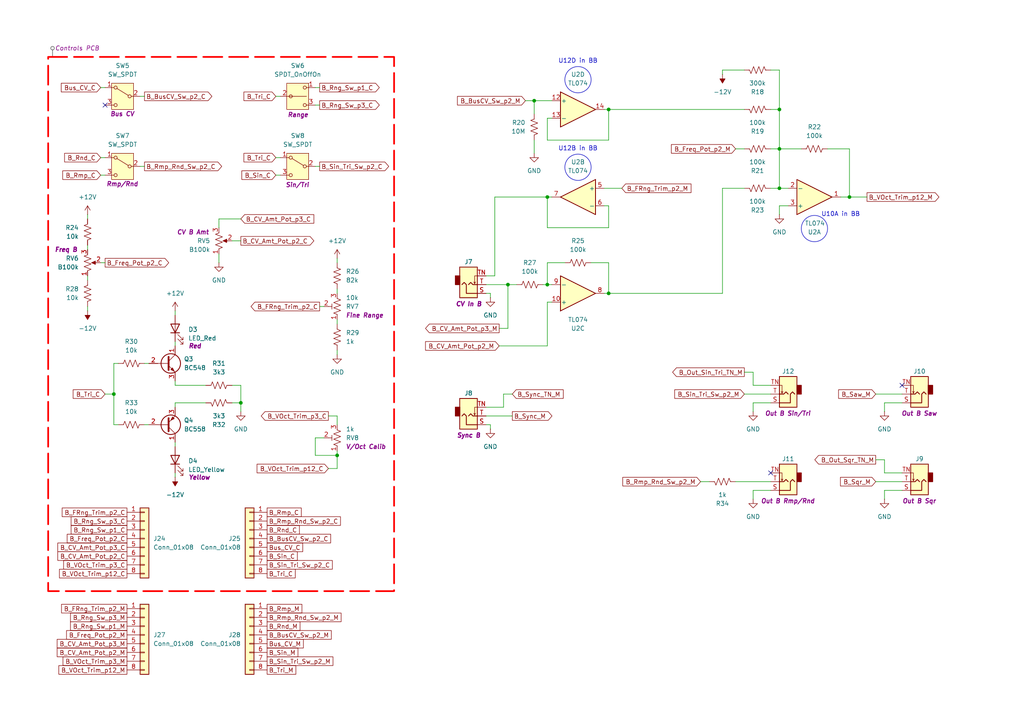
<source format=kicad_sch>
(kicad_sch (version 20250114) (generator "eeschema") (generator_version "9.0")
  (paper "A4")
  (title_block (company "DMH Instruments") (comment 1 "PCB for 10cm Kosmo format synthesizer module"))
  (lib_symbols
    (symbol "Amplifier_Operational:TL074" (pin_names (offset 0.127))
      (property "Reference" "U" (at 0 5.08 0))
      (property "Value" "TL074" (at 0 -5.08 0))
      (symbol "TL074_1_1"
        (polyline (pts (xy -5.08 5.08) (xy 5.08 0) (xy -5.08 -5.08) (xy -5.08 5.08)) (stroke (width 0.254)) (fill (type background)))
        (pin input line (at -7.62 2.54 0) (length 2.54) (name "+") (number "3"))
        (pin input line (at -7.62 -2.54 0) (length 2.54) (name "-") (number "2"))
        (pin output line (at 7.62 0 180) (length 2.54) (name "~") (number "1"))
      )
      (symbol "TL074_2_1"
        (polyline (pts (xy -5.08 5.08) (xy 5.08 0) (xy -5.08 -5.08) (xy -5.08 5.08)) (stroke (width 0.254)) (fill (type background)))
        (pin input line (at -7.62 2.54 0) (length 2.54) (name "+") (number "5"))
        (pin input line (at -7.62 -2.54 0) (length 2.54) (name "-") (number "6"))
        (pin output line (at 7.62 0 180) (length 2.54) (name "~") (number "7"))
      )
      (symbol "TL074_3_1"
        (polyline (pts (xy -5.08 5.08) (xy 5.08 0) (xy -5.08 -5.08) (xy -5.08 5.08)) (stroke (width 0.254)) (fill (type background)))
        (pin input line (at -7.62 2.54 0) (length 2.54) (name "+") (number "10"))
        (pin input line (at -7.62 -2.54 0) (length 2.54) (name "-") (number "9"))
        (pin output line (at 7.62 0 180) (length 2.54) (name "~") (number "8"))
      )
      (symbol "TL074_4_1"
        (polyline (pts (xy -5.08 5.08) (xy 5.08 0) (xy -5.08 -5.08) (xy -5.08 5.08)) (stroke (width 0.254)) (fill (type background)))
        (pin input line (at -7.62 2.54 0) (length 2.54) (name "+") (number "12"))
        (pin input line (at -7.62 -2.54 0) (length 2.54) (name "-") (number "13"))
        (pin output line (at 7.62 0 180) (length 2.54) (name "~") (number "14"))
      )
      (symbol "TL074_5_1"
        (pin power_in line (at -2.54 7.62 270) (length 3.81) (name "V+") (number "4"))
        (pin power_in line (at -2.54 -7.62 90) (length 3.81) (name "V-") (number "11"))
      )
    )
    (symbol "Connector_Generic:Conn_01x08" (pin_names (offset 1.016) (hide yes))
      (property "Reference" "J" (at 0 10.16 0))
      (property "Value" "Conn_01x08" (at 0 -12.7 0))
      (symbol "Conn_01x08_1_1"
        (rectangle (start -1.27 8.89) (end 1.27 -11.43) (stroke (width 0.254)) (fill (type background)))
        (rectangle (start -1.27 7.747) (end 0 7.493) (stroke (width 0.1524)))
        (rectangle (start -1.27 5.207) (end 0 4.953) (stroke (width 0.1524)))
        (rectangle (start -1.27 2.667) (end 0 2.413) (stroke (width 0.1524)))
        (rectangle (start -1.27 0.127) (end 0 -0.127) (stroke (width 0.1524)))
        (rectangle (start -1.27 -2.413) (end 0 -2.667) (stroke (width 0.1524)))
        (rectangle (start -1.27 -4.953) (end 0 -5.207) (stroke (width 0.1524)))
        (rectangle (start -1.27 -7.493) (end 0 -7.747) (stroke (width 0.1524)))
        (rectangle (start -1.27 -10.033) (end 0 -10.287) (stroke (width 0.1524)))
        (pin passive line (at -5.08 7.62 0) (length 3.81) (name "Pin_1") (number "1"))
        (pin passive line (at -5.08 5.08 0) (length 3.81) (name "Pin_2") (number "2"))
        (pin passive line (at -5.08 2.54 0) (length 3.81) (name "Pin_3") (number "3"))
        (pin passive line (at -5.08 0 0) (length 3.81) (name "Pin_4") (number "4"))
        (pin passive line (at -5.08 -2.54 0) (length 3.81) (name "Pin_5") (number "5"))
        (pin passive line (at -5.08 -5.08 0) (length 3.81) (name "Pin_6") (number "6"))
        (pin passive line (at -5.08 -7.62 0) (length 3.81) (name "Pin_7") (number "7"))
        (pin passive line (at -5.08 -10.16 0) (length 3.81) (name "Pin_8") (number "8"))
      )
    )
    (symbol "Device:LED" (pin_numbers (hide yes)) (pin_names (offset 1.016) (hide yes))
      (property "Reference" "D" (at 0 2.54 0))
      (property "Value" "LED" (at 0 -2.54 0))
      (symbol "LED_0_1"
        (polyline (pts (xy -3.048 -0.762) (xy -4.572 -2.286) (xy -3.81 -2.286) (xy -4.572 -2.286) (xy -4.572 -1.524)))
        (polyline (pts (xy -1.778 -0.762) (xy -3.302 -2.286) (xy -2.54 -2.286) (xy -3.302 -2.286) (xy -3.302 -1.524)))
        (polyline (pts (xy -1.27 0) (xy 1.27 0)))
        (polyline (pts (xy -1.27 -1.27) (xy -1.27 1.27)) (stroke (width 0.254)))
        (polyline (pts (xy 1.27 -1.27) (xy 1.27 1.27) (xy -1.27 0) (xy 1.27 -1.27)) (stroke (width 0.254)))
      )
      (symbol "LED_1_1"
        (pin passive line (at -3.81 0 0) (length 2.54) (name "K") (number "1"))
        (pin passive line (at 3.81 0 180) (length 2.54) (name "A") (number "2"))
      )
    )
    (symbol "Device:R_Potentiometer_Trim_US" (pin_names (offset 1.016) (hide yes))
      (property "Reference" "RV" (at -4.445 0 90))
      (property "Value" "R_Potentiometer_Trim_US" (at -2.54 0 90))
      (symbol "R_Potentiometer_Trim_US_0_1"
        (polyline (pts (xy 0 2.286) (xy 0 2.54)))
        (polyline (pts (xy 0 2.286) (xy 1.016 1.905) (xy 0 1.524) (xy -1.016 1.143) (xy 0 0.762)))
        (polyline (pts (xy 0 0.762) (xy 1.016 0.381) (xy 0 0) (xy -1.016 -0.381) (xy 0 -0.762)))
        (polyline (pts (xy 0 -0.762) (xy 1.016 -1.143) (xy 0 -1.524) (xy -1.016 -1.905) (xy 0 -2.286)))
        (polyline (pts (xy 0 -2.286) (xy 0 -2.54)))
        (polyline (pts (xy 1.524 0.762) (xy 1.524 -0.762)))
        (polyline (pts (xy 2.54 0) (xy 1.524 0)))
      )
      (symbol "R_Potentiometer_Trim_US_1_1"
        (pin passive line (at 0 3.81 270) (length 1.27) (name "1") (number "1"))
        (pin passive line (at 0 -3.81 90) (length 1.27) (name "3") (number "3"))
        (pin passive line (at 3.81 0 180) (length 1.27) (name "2") (number "2"))
      )
    )
    (symbol "Device:R_Potentiometer_US" (pin_names (offset 1.016) (hide yes))
      (property "Reference" "RV" (at -4.445 0 90))
      (property "Value" "R_Potentiometer_US" (at -2.54 0 90))
      (symbol "R_Potentiometer_US_0_1"
        (polyline (pts (xy 0 2.54) (xy 0 2.286)))
        (polyline (pts (xy 0 2.286) (xy 1.016 1.905) (xy 0 1.524) (xy -1.016 1.143) (xy 0 0.762)))
        (polyline (pts (xy 0 0.762) (xy 1.016 0.381) (xy 0 0) (xy -1.016 -0.381) (xy 0 -0.762)))
        (polyline (pts (xy 0 -0.762) (xy 1.016 -1.143) (xy 0 -1.524) (xy -1.016 -1.905) (xy 0 -2.286)))
        (polyline (pts (xy 0 -2.286) (xy 0 -2.54)))
        (polyline (pts (xy 1.143 0) (xy 2.286 0.508) (xy 2.286 -0.508) (xy 1.143 0)) (fill (type outline)))
        (polyline (pts (xy 2.54 0) (xy 1.524 0)))
      )
      (symbol "R_Potentiometer_US_1_1"
        (pin passive line (at 0 3.81 270) (length 1.27) (name "1") (number "1"))
        (pin passive line (at 0 -3.81 90) (length 1.27) (name "3") (number "3"))
        (pin passive line (at 3.81 0 180) (length 1.27) (name "2") (number "2"))
      )
    )
    (symbol "Device:R_US" (pin_numbers (hide yes)) (pin_names (offset 0))
      (property "Reference" "R" (at 2.54 0 90))
      (property "Value" "R_US" (at -2.54 0 90))
      (symbol "R_US_0_1"
        (polyline (pts (xy 0 2.286) (xy 0 2.54)))
        (polyline (pts (xy 0 2.286) (xy 1.016 1.905) (xy 0 1.524) (xy -1.016 1.143) (xy 0 0.762)))
        (polyline (pts (xy 0 0.762) (xy 1.016 0.381) (xy 0 0) (xy -1.016 -0.381) (xy 0 -0.762)))
        (polyline (pts (xy 0 -0.762) (xy 1.016 -1.143) (xy 0 -1.524) (xy -1.016 -1.905) (xy 0 -2.286)))
        (polyline (pts (xy 0 -2.286) (xy 0 -2.54)))
      )
      (symbol "R_US_1_1"
        (pin passive line (at 0 3.81 270) (length 1.27) (name "~") (number "1"))
        (pin passive line (at 0 -3.81 90) (length 1.27) (name "~") (number "2"))
      )
    )
    (symbol "Switch:SW_SPDT" (pin_names (offset 0) (hide yes))
      (property "Reference" "SW" (at 0 5.08 0))
      (property "Value" "SW_SPDT" (at 0 -5.08 0))
      (symbol "SW_SPDT_0_1"
        (circle (center -2.032 0) (radius 0.4572))
        (polyline (pts (xy -1.651 0.254) (xy 1.651 2.286)))
        (circle (center 2.032 2.54) (radius 0.4572))
        (circle (center 2.032 -2.54) (radius 0.4572))
      )
      (symbol "SW_SPDT_1_1"
        (rectangle (start -3.175 3.81) (end 3.175 -3.81) (fill (type background)))
        (pin passive line (at -5.08 0 0) (length 2.54) (name "B") (number "2"))
        (pin passive line (at 5.08 2.54 180) (length 2.54) (name "A") (number "1"))
        (pin passive line (at 5.08 -2.54 180) (length 2.54) (name "C") (number "3"))
      )
    )
    (symbol "SynthStuff:SW_SPDT_OnOffOn" (pin_names (offset 0) (hide yes))
      (property "Reference" "SW" (at 0 5.08 0))
      (property "Value" "SPDT_OnOffOn" (at 0 -5.08 0))
      (symbol "SW_SPDT_OnOffOn_0_1"
        (polyline (pts (xy -2.54 0) (xy 2.54 0)))
        (circle (center -2.032 0) (radius 0.4572))
        (circle (center 2.032 2.54) (radius 0.4572))
        (circle (center 2.032 -2.54) (radius 0.4572))
      )
      (symbol "SW_SPDT_OnOffOn_1_1"
        (rectangle (start -3.175 3.81) (end 3.175 -3.81) (fill (type background)))
        (pin passive line (at -5.08 0 0) (length 2.54) (name "B") (number "2"))
        (pin passive line (at 5.08 2.54 180) (length 2.54) (name "A") (number "1"))
        (pin passive line (at 5.08 -2.54 180) (length 2.54) (name "C") (number "3"))
      )
    )
    (symbol "SynthStuff:TS_Jack_6.35mm_Sw"
      (property "Reference" "J" (at -0.635 8.89 0))
      (property "Value" "TS_Jack_6.35mm_Sw" (at -0.635 6.35 0))
      (symbol "TS_Jack_6.35mm_Sw_0_1"
        (rectangle (start -2.54 0) (end -3.81 -2.54) (stroke (width 0.254)) (fill (type outline)))
        (polyline (pts (xy 0 0) (xy 0.635 -0.635) (xy 1.27 0) (xy 2.54 0)) (stroke (width 0.254)))
        (polyline (pts (xy 1.778 -0.254) (xy 2.032 -0.762)))
        (rectangle (start 2.54 3.81) (end -2.54 -5.08) (stroke (width 0.254)) (fill (type background)))
        (polyline (pts (xy 2.54 2.54) (xy -0.635 2.54) (xy -0.635 0) (xy -1.27 -0.635) (xy -1.905 0)) (stroke (width 0.254)))
        (polyline (pts (xy 2.54 -2.54) (xy 1.778 -2.54) (xy 1.778 -0.254) (xy 1.524 -0.762)))
      )
      (symbol "TS_Jack_6.35mm_Sw_1_1"
        (pin passive line (at 5.08 2.54 180) (length 2.54) (name "~") (number "S"))
        (pin passive line (at 5.08 0 180) (length 2.54) (name "~") (number "T"))
        (pin passive line (at 5.08 -2.54 180) (length 2.54) (name "~") (number "TN"))
      )
    )
    (symbol "Transistor_BJT:BC548" (pin_names (offset 0) (hide yes))
      (property "Reference" "Q" (at 5.08 1.905 0))
      (property "Value" "BC548" (at 5.08 0 0))
      (symbol "BC548_0_1"
        (polyline (pts (xy -2.54 0) (xy 0.635 0)))
        (polyline (pts (xy 0.635 1.905) (xy 0.635 -1.905)) (stroke (width 0.508)))
        (circle (center 1.27 0) (radius 2.8194) (stroke (width 0.254)))
      )
      (symbol "BC548_1_1"
        (polyline (pts (xy 0.635 0.635) (xy 2.54 2.54)))
        (polyline (pts (xy 0.635 -0.635) (xy 2.54 -2.54)))
        (polyline (pts (xy 1.27 -1.778) (xy 1.778 -1.27) (xy 2.286 -2.286) (xy 1.27 -1.778)) (fill (type outline)))
        (pin input line (at -5.08 0 0) (length 2.54) (name "B") (number "2"))
        (pin passive line (at 2.54 5.08 270) (length 2.54) (name "C") (number "1"))
        (pin passive line (at 2.54 -5.08 90) (length 2.54) (name "E") (number "3"))
      )
    )
    (symbol "Transistor_BJT:BC558" (pin_names (offset 0) (hide yes))
      (property "Reference" "Q" (at 5.08 1.905 0))
      (property "Value" "BC558" (at 5.08 0 0))
      (symbol "BC558_0_1"
        (polyline (pts (xy -2.54 0) (xy 0.635 0)))
        (polyline (pts (xy 0.635 1.905) (xy 0.635 -1.905)) (stroke (width 0.508)))
        (polyline (pts (xy 0.635 0.635) (xy 2.54 2.54)))
        (polyline (pts (xy 0.635 -0.635) (xy 2.54 -2.54)))
        (circle (center 1.27 0) (radius 2.8194) (stroke (width 0.254)))
        (polyline (pts (xy 2.286 -1.778) (xy 1.778 -2.286) (xy 1.27 -1.27) (xy 2.286 -1.778)) (fill (type outline)))
      )
      (symbol "BC558_1_1"
        (pin input line (at -5.08 0 0) (length 2.54) (name "B") (number "2"))
        (pin passive line (at 2.54 5.08 270) (length 2.54) (name "C") (number "1"))
        (pin passive line (at 2.54 -5.08 90) (length 2.54) (name "E") (number "3"))
      )
    )
    (symbol "power:+12V" (power) (pin_numbers (hide yes)) (pin_names (offset 0) (hide yes))
      (property "Value" "+12V" (at 0 3.556 0))
      (symbol "+12V_0_1"
        (polyline (pts (xy -0.762 1.27) (xy 0 2.54)))
        (polyline (pts (xy 0 2.54) (xy 0.762 1.27)))
        (polyline (pts (xy 0 0) (xy 0 2.54)))
      )
      (symbol "+12V_1_1"
        (pin power_in line (at 0 0 90) (length 0) (name "~") (number "1"))
      )
    )
    (symbol "power:-12V" (power) (pin_numbers (hide yes)) (pin_names (offset 0) (hide yes))
      (property "Value" "-12V" (at 0 3.556 0))
      (symbol "-12V_0_0"
        (pin power_in line (at 0 0 90) (length 0) (name "~") (number "1"))
      )
      (symbol "-12V_0_1"
        (polyline (pts (xy 0 0) (xy 0 1.27) (xy 0.762 1.27) (xy 0 2.54) (xy -0.762 1.27) (xy 0 1.27)) (fill (type outline)))
      )
    )
    (symbol "power:GND" (power) (pin_numbers (hide yes)) (pin_names (offset 0) (hide yes))
      (property "Value" "GND" (at 0 -3.81 0))
      (symbol "GND_0_1"
        (polyline (pts (xy 0 0) (xy 0 -1.27) (xy 1.27 -1.27) (xy 0 -2.54) (xy -1.27 -1.27) (xy 0 -1.27)))
      )
      (symbol "GND_1_1"
        (pin power_in line (at 0 0 270) (length 0) (name "~") (number "1"))
      )
    )
  )
  (circle (center 236.22 66.294) (radius 3.81))
  (circle (center 167.64 48.514) (radius 3.81))
  (circle (center 167.64 23.114) (radius 3.81))
  (text "U12B in BB" (at 167.64 43.18 0) (effects (font (size 1.27 1.27))))
  (text "U10A in BB" (at 243.84 62.23 0) (effects (font (size 1.27 1.27))))
  (text "U12D in BB" (at 167.64 17.78 0) (effects (font (size 1.27 1.27))))
  (junction (at 154.94 29.21))
  (junction (at 158.75 82.55))
  (junction (at 158.75 57.15))
  (junction (at 147.32 82.55))
  (junction (at 176.53 31.75))
  (junction (at 226.06 54.61))
  (junction (at 226.06 31.75))
  (junction (at 176.53 85.09))
  (junction (at 97.79 132.08))
  (junction (at 33.02 114.3))
  (junction (at 226.06 43.18))
  (junction (at 246.38 57.15))
  (junction (at 69.85 116.84))
  (no_connect (at 261.62 111.76))
  (no_connect (at 223.52 137.16))
  (no_connect (at 30.48 30.48))
  (wire (pts (xy 25.4 88.9) (xy 25.4 90.17)))
  (wire (pts (xy 29.21 25.4) (xy 30.48 25.4)))
  (wire (pts (xy 223.52 31.75) (xy 226.06 31.75)))
  (wire (pts (xy 97.79 120.65) (xy 97.79 123.19)))
  (wire (pts (xy 254 114.3) (xy 261.62 114.3)))
  (wire (pts (xy 256.54 142.24) (xy 256.54 144.78)))
  (wire (pts (xy 176.53 85.09) (xy 175.26 85.09)))
  (wire (pts (xy 97.79 83.82) (xy 97.79 85.09)))
  (wire (pts (xy 33.02 114.3) (xy 33.02 105.41)))
  (wire (pts (xy 203.2 139.7) (xy 205.74 139.7)))
  (wire (pts (xy 91.44 127) (xy 91.44 132.08)))
  (wire (pts (xy 218.44 116.84) (xy 218.44 119.38)))
  (wire (pts (xy 158.75 66.04) (xy 158.75 57.15)))
  (wire (pts (xy 91.44 25.4) (xy 92.71 25.4)))
  (wire (pts (xy 91.44 30.48) (xy 92.71 30.48)))
  (wire (pts (xy 143.51 80.01) (xy 143.51 57.15)))
  (wire (pts (xy 226.06 43.18) (xy 226.06 54.61)))
  (wire (pts (xy 158.75 82.55) (xy 160.02 82.55)))
  (wire (pts (xy 25.4 71.12) (xy 25.4 72.39)))
  (wire (pts (xy 50.8 111.76) (xy 50.8 110.49)))
  (wire (pts (xy 218.44 142.24) (xy 218.44 144.78)))
  (wire (pts (xy 246.38 57.15) (xy 251.46 57.15)))
  (wire (pts (xy 209.55 21.59) (xy 209.55 20.32)))
  (wire (pts (xy 59.69 111.76) (xy 50.8 111.76)))
  (wire (pts (xy 41.91 105.41) (xy 43.18 105.41)))
  (wire (pts (xy 254 133.35) (xy 256.54 133.35)))
  (wire (pts (xy 29.21 45.72) (xy 30.48 45.72)))
  (wire (pts (xy 223.52 142.24) (xy 218.44 142.24)))
  (wire (pts (xy 223.52 54.61) (xy 226.06 54.61)))
  (wire (pts (xy 171.45 76.2) (xy 176.53 76.2)))
  (wire (pts (xy 95.25 135.89) (xy 97.79 135.89)))
  (wire (pts (xy 213.36 139.7) (xy 223.52 139.7)))
  (wire (pts (xy 50.8 99.06) (xy 50.8 100.33)))
  (wire (pts (xy 33.02 123.19) (xy 33.02 114.3)))
  (wire (pts (xy 25.4 62.23) (xy 25.4 63.5)))
  (wire (pts (xy 175.26 31.75) (xy 176.53 31.75)))
  (wire (pts (xy 142.24 86.36) (xy 142.24 85.09)))
  (wire (pts (xy 154.94 40.64) (xy 154.94 44.45)))
  (wire (pts (xy 34.29 123.19) (xy 33.02 123.19)))
  (wire (pts (xy 30.48 114.3) (xy 33.02 114.3)))
  (wire (pts (xy 140.97 118.11) (xy 146.05 118.11)))
  (wire (pts (xy 246.38 43.18) (xy 246.38 57.15)))
  (wire (pts (xy 176.53 40.64) (xy 176.53 31.75)))
  (wire (pts (xy 246.38 57.15) (xy 243.84 57.15)))
  (wire (pts (xy 29.21 76.2) (xy 30.48 76.2)))
  (wire (pts (xy 95.25 120.65) (xy 97.79 120.65)))
  (wire (pts (xy 226.06 43.18) (xy 232.41 43.18)))
  (wire (pts (xy 176.53 76.2) (xy 176.53 85.09)))
  (wire (pts (xy 146.05 114.3) (xy 148.59 114.3)))
  (wire (pts (xy 223.52 20.32) (xy 226.06 20.32)))
  (wire (pts (xy 226.06 59.69) (xy 226.06 62.23)))
  (wire (pts (xy 144.78 100.33) (xy 158.75 100.33)))
  (wire (pts (xy 67.31 69.85) (xy 69.85 69.85)))
  (wire (pts (xy 140.97 120.65) (xy 148.59 120.65)))
  (wire (pts (xy 29.21 50.8) (xy 30.48 50.8)))
  (wire (pts (xy 140.97 82.55) (xy 147.32 82.55)))
  (wire (pts (xy 158.75 76.2) (xy 158.75 82.55)))
  (wire (pts (xy 59.69 116.84) (xy 50.8 116.84)))
  (wire (pts (xy 50.8 116.84) (xy 50.8 118.11)))
  (wire (pts (xy 226.06 20.32) (xy 226.06 31.75)))
  (wire (pts (xy 213.36 43.18) (xy 215.9 43.18)))
  (wire (pts (xy 25.4 80.01) (xy 25.4 81.28)))
  (wire (pts (xy 67.31 111.76) (xy 69.85 111.76)))
  (wire (pts (xy 142.24 124.46) (xy 142.24 123.19)))
  (wire (pts (xy 147.32 95.25) (xy 147.32 82.55)))
  (wire (pts (xy 215.9 107.95) (xy 218.44 107.95)))
  (wire (pts (xy 176.53 85.09) (xy 209.55 85.09)))
  (wire (pts (xy 50.8 137.16) (xy 50.8 138.43)))
  (wire (pts (xy 223.52 116.84) (xy 218.44 116.84)))
  (wire (pts (xy 67.31 116.84) (xy 69.85 116.84)))
  (wire (pts (xy 226.06 59.69) (xy 228.6 59.69)))
  (wire (pts (xy 254 139.7) (xy 261.62 139.7)))
  (wire (pts (xy 218.44 111.76) (xy 223.52 111.76)))
  (wire (pts (xy 97.79 101.6) (xy 97.79 102.87)))
  (wire (pts (xy 142.24 123.19) (xy 140.97 123.19)))
  (wire (pts (xy 93.98 127) (xy 91.44 127)))
  (wire (pts (xy 261.62 142.24) (xy 256.54 142.24)))
  (wire (pts (xy 143.51 57.15) (xy 158.75 57.15)))
  (wire (pts (xy 97.79 132.08) (xy 97.79 130.81)))
  (wire (pts (xy 215.9 114.3) (xy 223.52 114.3)))
  (wire (pts (xy 256.54 116.84) (xy 256.54 119.38)))
  (wire (pts (xy 158.75 34.29) (xy 158.75 40.64)))
  (wire (pts (xy 175.26 59.69) (xy 176.53 59.69)))
  (wire (pts (xy 180.34 54.61) (xy 175.26 54.61)))
  (wire (pts (xy 80.01 27.94) (xy 81.28 27.94)))
  (wire (pts (xy 50.8 128.27) (xy 50.8 129.54)))
  (wire (pts (xy 69.85 116.84) (xy 69.85 119.38)))
  (wire (pts (xy 97.79 135.89) (xy 97.79 132.08)))
  (wire (pts (xy 80.01 45.72) (xy 81.28 45.72)))
  (wire (pts (xy 158.75 76.2) (xy 163.83 76.2)))
  (wire (pts (xy 160.02 34.29) (xy 158.75 34.29)))
  (wire (pts (xy 91.44 132.08) (xy 97.79 132.08)))
  (wire (pts (xy 63.5 63.5) (xy 63.5 66.04)))
  (wire (pts (xy 80.01 50.8) (xy 81.28 50.8)))
  (wire (pts (xy 40.64 27.94) (xy 41.91 27.94)))
  (wire (pts (xy 209.55 20.32) (xy 215.9 20.32)))
  (wire (pts (xy 176.53 31.75) (xy 215.9 31.75)))
  (wire (pts (xy 41.91 123.19) (xy 43.18 123.19)))
  (wire (pts (xy 50.8 90.17) (xy 50.8 91.44)))
  (wire (pts (xy 154.94 29.21) (xy 154.94 33.02)))
  (wire (pts (xy 209.55 85.09) (xy 209.55 54.61)))
  (wire (pts (xy 157.48 82.55) (xy 158.75 82.55)))
  (wire (pts (xy 223.52 43.18) (xy 226.06 43.18)))
  (wire (pts (xy 152.4 29.21) (xy 154.94 29.21)))
  (wire (pts (xy 158.75 100.33) (xy 158.75 87.63)))
  (wire (pts (xy 92.71 88.9) (xy 93.98 88.9)))
  (wire (pts (xy 97.79 74.93) (xy 97.79 76.2)))
  (wire (pts (xy 209.55 54.61) (xy 215.9 54.61)))
  (wire (pts (xy 69.85 63.5) (xy 63.5 63.5)))
  (wire (pts (xy 147.32 82.55) (xy 149.86 82.55)))
  (wire (pts (xy 97.79 92.71) (xy 97.79 93.98)))
  (wire (pts (xy 142.24 85.09) (xy 140.97 85.09)))
  (wire (pts (xy 140.97 80.01) (xy 143.51 80.01)))
  (wire (pts (xy 228.6 54.61) (xy 226.06 54.61)))
  (wire (pts (xy 40.64 48.26) (xy 41.91 48.26)))
  (wire (pts (xy 261.62 116.84) (xy 256.54 116.84)))
  (wire (pts (xy 176.53 66.04) (xy 158.75 66.04)))
  (wire (pts (xy 154.94 29.21) (xy 160.02 29.21)))
  (wire (pts (xy 146.05 118.11) (xy 146.05 114.3)))
  (wire (pts (xy 160.02 57.15) (xy 158.75 57.15)))
  (wire (pts (xy 158.75 87.63) (xy 160.02 87.63)))
  (wire (pts (xy 144.78 95.25) (xy 147.32 95.25)))
  (wire (pts (xy 256.54 137.16) (xy 261.62 137.16)))
  (wire (pts (xy 91.44 48.26) (xy 92.71 48.26)))
  (wire (pts (xy 226.06 31.75) (xy 226.06 43.18)))
  (wire (pts (xy 240.03 43.18) (xy 246.38 43.18)))
  (wire (pts (xy 158.75 40.64) (xy 176.53 40.64)))
  (wire (pts (xy 218.44 107.95) (xy 218.44 111.76)))
  (wire (pts (xy 176.53 59.69) (xy 176.53 66.04)))
  (wire (pts (xy 63.5 73.66) (xy 63.5 76.2)))
  (wire (pts (xy 33.02 105.41) (xy 34.29 105.41)))
  (wire (pts (xy 69.85 111.76) (xy 69.85 116.84)))
  (wire (pts (xy 256.54 133.35) (xy 256.54 137.16)))
  (global_label "B_Freq_Pot_p2_M" (shape passive) (at 36.83 184.15 180) (property "Intersheetrefs" "${INTERSHEET_REFS}" (effects (hide yes))))
  (global_label "B_Freq_Pot_p2_C" (shape output) (at 30.48 76.2 0) (property "Intersheetrefs" "${INTERSHEET_REFS}" (effects (hide yes))))
  (global_label "B_VOct_Trim_p12_C" (shape passive) (at 36.83 166.37 180) (property "Intersheetrefs" "${INTERSHEET_REFS}" (effects (hide yes))))
  (global_label "B_CV_Amt_Pot_p2_C" (shape output) (at 69.85 69.85 0) (property "Intersheetrefs" "${INTERSHEET_REFS}" (effects (hide yes))))
  (global_label "B_CV_Amt_Pot_p3_M" (shape passive) (at 36.83 186.69 180) (property "Intersheetrefs" "${INTERSHEET_REFS}" (effects (hide yes))))
  (global_label "B_FRng_Trim_p2_M" (shape passive) (at 36.83 176.53 180) (property "Intersheetrefs" "${INTERSHEET_REFS}" (effects (hide yes))))
  (global_label "B_Sin_M" (shape passive) (at 77.47 189.23 0) (property "Intersheetrefs" "${INTERSHEET_REFS}" (effects (hide yes))))
  (global_label "B_BusCV_Sw_p2_C" (shape output) (at 41.91 27.94 0) (property "Intersheetrefs" "${INTERSHEET_REFS}" (effects (hide yes))))
  (global_label "B_Rmp_C" (shape input) (at 29.21 50.8 180) (property "Intersheetrefs" "${INTERSHEET_REFS}" (effects (hide yes))))
  (global_label "B_Tri_C" (shape passive) (at 77.47 166.37 0) (property "Intersheetrefs" "${INTERSHEET_REFS}" (effects (hide yes))))
  (global_label "B_VOct_Trim_p3_C" (shape output) (at 95.25 120.65 180) (property "Intersheetrefs" "${INTERSHEET_REFS}" (effects (hide yes))))
  (global_label "B_CV_Amt_Pot_p3_C" (shape passive) (at 36.83 158.75 180) (property "Intersheetrefs" "${INTERSHEET_REFS}" (effects (hide yes))))
  (global_label "B_Tri_C" (shape input) (at 30.48 114.3 180) (property "Intersheetrefs" "${INTERSHEET_REFS}" (effects (hide yes))))
  (global_label "B_CV_Amt_Pot_p2_M" (shape input) (at 144.78 100.33 180) (property "Intersheetrefs" "${INTERSHEET_REFS}" (effects (hide yes))))
  (global_label "B_Tri_C" (shape input) (at 80.01 27.94 180) (property "Intersheetrefs" "${INTERSHEET_REFS}" (effects (hide yes))))
  (global_label "B_FRng_Trim_p2_M" (shape input) (at 180.34 54.61 0) (property "Intersheetrefs" "${INTERSHEET_REFS}" (effects (hide yes))))
  (global_label "B_Rng_Sw_p1_M" (shape passive) (at 36.83 181.61 180) (property "Intersheetrefs" "${INTERSHEET_REFS}" (effects (hide yes))))
  (global_label "B_Rmp_M" (shape passive) (at 77.47 176.53 0) (property "Intersheetrefs" "${INTERSHEET_REFS}" (effects (hide yes))))
  (global_label "B_Rng_Sw_p1_C" (shape output) (at 92.71 25.4 0) (property "Intersheetrefs" "${INTERSHEET_REFS}" (effects (hide yes))))
  (global_label "B_CV_Amt_Pot_p2_C" (shape passive) (at 36.83 161.29 180) (property "Intersheetrefs" "${INTERSHEET_REFS}" (effects (hide yes))))
  (global_label "B_Sin_Tri_Sw_p2_C" (shape passive) (at 77.47 163.83 0) (property "Intersheetrefs" "${INTERSHEET_REFS}" (effects (hide yes))))
  (global_label "Bus_CV_M" (shape passive) (at 77.47 186.69 0) (property "Intersheetrefs" "${INTERSHEET_REFS}" (effects (hide yes))))
  (global_label "B_Sin_Tri_Sw_p2_M" (shape passive) (at 77.47 191.77 0) (property "Intersheetrefs" "${INTERSHEET_REFS}" (effects (hide yes))))
  (global_label "B_Sync_TN_M" (shape input) (at 148.59 114.3 0) (property "Intersheetrefs" "${INTERSHEET_REFS}" (effects (hide yes))))
  (global_label "B_CV_Amt_Pot_p2_M" (shape passive) (at 36.83 189.23 180) (property "Intersheetrefs" "${INTERSHEET_REFS}" (effects (hide yes))))
  (global_label "B_VOct_Trim_p3_M" (shape passive) (at 36.83 191.77 180) (property "Intersheetrefs" "${INTERSHEET_REFS}" (effects (hide yes))))
  (global_label "Bus_CV_C" (shape passive) (at 77.47 158.75 0) (property "Intersheetrefs" "${INTERSHEET_REFS}" (effects (hide yes))))
  (global_label "B_Sync_M" (shape output) (at 148.59 120.65 0) (property "Intersheetrefs" "${INTERSHEET_REFS}" (effects (hide yes))))
  (global_label "B_Freq_Pot_p2_C" (shape passive) (at 36.83 156.21 180) (property "Intersheetrefs" "${INTERSHEET_REFS}" (effects (hide yes))))
  (global_label "B_Rmp_C" (shape passive) (at 77.47 148.59 0) (property "Intersheetrefs" "${INTERSHEET_REFS}" (effects (hide yes))))
  (global_label "B_CV_Amt_Pot_p3_C" (shape input) (at 69.85 63.5 0) (property "Intersheetrefs" "${INTERSHEET_REFS}" (effects (hide yes))))
  (global_label "B_Rmp_Rnd_Sw_p2_M" (shape passive) (at 77.47 179.07 0) (property "Intersheetrefs" "${INTERSHEET_REFS}" (effects (hide yes))))
  (global_label "B_Tri_M" (shape passive) (at 77.47 194.31 0) (property "Intersheetrefs" "${INTERSHEET_REFS}" (effects (hide yes))))
  (global_label "B_Out_Sqr_TN_M" (shape output) (at 254 133.35 180) (property "Intersheetrefs" "${INTERSHEET_REFS}" (effects (hide yes))))
  (global_label "B_Tri_C" (shape input) (at 80.01 45.72 180) (property "Intersheetrefs" "${INTERSHEET_REFS}" (effects (hide yes))))
  (global_label "B_BusCV_Sw_p2_M" (shape passive) (at 77.47 184.15 0) (property "Intersheetrefs" "${INTERSHEET_REFS}" (effects (hide yes))))
  (global_label "B_Sin_Tri_Sw_p2_M" (shape input) (at 215.9 114.3 180) (property "Intersheetrefs" "${INTERSHEET_REFS}" (effects (hide yes))))
  (global_label "B_VOct_Trim_p12_M" (shape output) (at 251.46 57.15 0) (property "Intersheetrefs" "${INTERSHEET_REFS}" (effects (hide yes))))
  (global_label "B_Rnd_M" (shape passive) (at 77.47 181.61 0) (property "Intersheetrefs" "${INTERSHEET_REFS}" (effects (hide yes))))
  (global_label "B_Rmp_Rnd_Sw_p2_C" (shape output) (at 41.91 48.26 0) (property "Intersheetrefs" "${INTERSHEET_REFS}" (effects (hide yes))))
  (global_label "B_Out_Sin_Tri_TN_M" (shape output) (at 215.9 107.95 180) (property "Intersheetrefs" "${INTERSHEET_REFS}" (effects (hide yes))))
  (global_label "B_FRng_Trim_p2_C" (shape output) (at 92.71 88.9 180) (property "Intersheetrefs" "${INTERSHEET_REFS}" (effects (hide yes))))
  (global_label "B_Sin_C" (shape passive) (at 77.47 161.29 0) (property "Intersheetrefs" "${INTERSHEET_REFS}" (effects (hide yes))))
  (global_label "B_Rng_Sw_p3_C" (shape output) (at 92.71 30.48 0) (property "Intersheetrefs" "${INTERSHEET_REFS}" (effects (hide yes))))
  (global_label "B_BusCV_Sw_p2_M" (shape input) (at 152.4 29.21 180) (property "Intersheetrefs" "${INTERSHEET_REFS}" (effects (hide yes))))
  (global_label "B_VOct_Trim_p12_C" (shape input) (at 95.25 135.89 180) (property "Intersheetrefs" "${INTERSHEET_REFS}" (effects (hide yes))))
  (global_label "B_Rnd_C" (shape input) (at 29.21 45.72 180) (property "Intersheetrefs" "${INTERSHEET_REFS}" (effects (hide yes))))
  (global_label "B_Rng_Sw_p3_M" (shape passive) (at 36.83 179.07 180) (property "Intersheetrefs" "${INTERSHEET_REFS}" (effects (hide yes))))
  (global_label "B_Rng_Sw_p3_C" (shape passive) (at 36.83 151.13 180) (property "Intersheetrefs" "${INTERSHEET_REFS}" (effects (hide yes))))
  (global_label "B_VOct_Trim_p3_C" (shape passive) (at 36.83 163.83 180) (property "Intersheetrefs" "${INTERSHEET_REFS}" (effects (hide yes))))
  (global_label "B_Sqr_M" (shape input) (at 254 139.7 180) (property "Intersheetrefs" "${INTERSHEET_REFS}" (effects (hide yes))))
  (global_label "B_Rmp_Rnd_Sw_p2_M" (shape input) (at 203.2 139.7 180) (property "Intersheetrefs" "${INTERSHEET_REFS}" (effects (hide yes))))
  (global_label "B_CV_Amt_Pot_p3_M" (shape output) (at 144.78 95.25 180) (property "Intersheetrefs" "${INTERSHEET_REFS}" (effects (hide yes))))
  (global_label "B_FRng_Trim_p2_C" (shape passive) (at 36.83 148.59 180) (property "Intersheetrefs" "${INTERSHEET_REFS}" (effects (hide yes))))
  (global_label "B_Freq_Pot_p2_M" (shape input) (at 213.36 43.18 180) (property "Intersheetrefs" "${INTERSHEET_REFS}" (effects (hide yes))))
  (global_label "B_VOct_Trim_p12_M" (shape passive) (at 36.83 194.31 180) (property "Intersheetrefs" "${INTERSHEET_REFS}" (effects (hide yes))))
  (global_label "Bus_CV_C" (shape input) (at 29.21 25.4 180) (property "Intersheetrefs" "${INTERSHEET_REFS}" (effects (hide yes))))
  (global_label "B_Rmp_Rnd_Sw_p2_C" (shape passive) (at 77.47 151.13 0) (property "Intersheetrefs" "${INTERSHEET_REFS}" (effects (hide yes))))
  (global_label "B_Rnd_C" (shape passive) (at 77.47 153.67 0) (property "Intersheetrefs" "${INTERSHEET_REFS}" (effects (hide yes))))
  (global_label "B_Rng_Sw_p1_C" (shape passive) (at 36.83 153.67 180) (property "Intersheetrefs" "${INTERSHEET_REFS}" (effects (hide yes))))
  (global_label "B_Sin_Tri_Sw_p2_C" (shape output) (at 92.71 48.26 0) (property "Intersheetrefs" "${INTERSHEET_REFS}" (effects (hide yes))))
  (global_label "B_Saw_M" (shape input) (at 254 114.3 180) (property "Intersheetrefs" "${INTERSHEET_REFS}" (effects (hide yes))))
  (global_label "B_BusCV_Sw_p2_C" (shape passive) (at 77.47 156.21 0) (property "Intersheetrefs" "${INTERSHEET_REFS}" (effects (hide yes))))
  (global_label "B_Sin_C" (shape input) (at 80.01 50.8 180) (property "Intersheetrefs" "${INTERSHEET_REFS}" (effects (hide yes))))
  (rule_area (polyline (pts (xy 13.97 16.51) (xy 114.3 16.51) (xy 114.3 171.45) (xy 13.97 171.45)) (stroke (width 0.5) (type dash))))
  (netclass_flag "" (length 2.54) (shape round) (at 15.24 16.51 0) (property "Component Class" "Controls PCB" (at 15.9385 13.97 0) (effects (font (italic yes)) (justify left))))
  (symbol (lib_id "Connector_Generic:Conn_01x08") (at 72.39 184.15 0) (mirror y) (unit 1) (on_board no)
    (property "Reference" "J28" (at 69.85 184.1499 0) (effects (justify left)))
    (property "Value" "Conn_01x08" (at 69.85 186.6899 0) (effects (justify left)))
    (property "Footprint" "Connector_PinHeader_2.54mm:PinHeader_1x08_P2.54mm_Vertical" (effects (hide yes)))
    (property "Description" "Generic connector, single row, 01x08, script generated (kicad-library-utils/schlib/autogen/connector/)" (effects (hide yes)))
  )
  (symbol (lib_id "Device:R_US") (at 167.64 76.2 90) (unit 1) (on_board no)
    (property "Reference" "R25" (at 167.64 69.85 90))
    (property "Value" "100k" (at 167.64 72.39 90))
    (property "Footprint" "Resistor_THT:R_Axial_DIN0207_L6.3mm_D2.5mm_P7.62mm_Horizontal" (effects (hide yes)))
    (property "Description" "Resistor, US symbol" (effects (hide yes)))
  )
  (symbol (lib_id "power:GND") (at 226.06 62.23 0) (unit 1) (on_board no)
    (property "Reference" "#PWR022" (effects (hide yes)))
    (property "Value" "GND" (at 226.06 67.31 0))
    (property "Description" "Power symbol creates a global label with name \"GND\" , ground" (effects (hide yes)))
  )
  (symbol (lib_id "Switch:SW_SPDT") (at 35.56 48.26 0) (mirror y) (unit 1)
    (property "Reference" "SW7" (at 35.56 39.37 0))
    (property "Value" "SW_SPDT" (at 35.56 41.91 0))
    (property "Footprint" "SynthStuff:Toggle_Switch_TE" (effects (hide yes)))
    (property "Description" "Switch, single pole double throw" (effects (hide yes)))
    (property "Function" "Rmp/Rnd" (at 35.56 53.34 0) (effects (font (thickness 0.254) (bold yes) (italic yes))))
  )
  (symbol (lib_id "Amplifier_Operational:TL074") (at 167.64 31.75 0) (unit 4) (on_board no)
    (property "Reference" "U2" (at 167.64 21.59 0))
    (property "Value" "TL074" (at 167.64 24.13 0))
    (property "Footprint" "Package_DIP:DIP-14_W7.62mm_Socket" (effects (hide yes)))
    (property "Datasheet" "http://www.ti.com/lit/ds/symlink/tl071.pdf" (effects (hide yes)))
    (property "Description" "Quad Low-Noise JFET-Input Operational Amplifiers, DIP-14/SOIC-14" (effects (hide yes)))
  )
  (symbol (lib_id "Device:R_US") (at 25.4 67.31 0) (mirror y) (unit 1)
    (property "Reference" "R24" (at 22.86 66.0399 0) (effects (justify left)))
    (property "Value" "10k" (at 22.86 68.5799 0) (effects (justify left)))
    (property "Footprint" "Resistor_THT:R_Axial_DIN0207_L6.3mm_D2.5mm_P7.62mm_Horizontal" (effects (hide yes)))
    (property "Description" "Resistor, US symbol" (effects (hide yes)))
  )
  (symbol (lib_id "power:GND") (at 256.54 144.78 0) (unit 1) (on_board no)
    (property "Reference" "#PWR035" (effects (hide yes)))
    (property "Value" "GND" (at 256.54 149.86 0))
    (property "Description" "Power symbol creates a global label with name \"GND\" , ground" (effects (hide yes)))
  )
  (symbol (lib_id "Device:R_US") (at 219.71 31.75 270) (mirror x) (unit 1) (on_board no)
    (property "Reference" "R19" (at 219.71 38.1 90))
    (property "Value" "100k" (at 219.71 35.56 90))
    (property "Footprint" "Resistor_THT:R_Axial_DIN0207_L6.3mm_D2.5mm_P7.62mm_Horizontal" (effects (hide yes)))
    (property "Description" "Resistor, US symbol" (effects (hide yes)))
  )
  (symbol (lib_id "Device:R_US") (at 97.79 80.01 180) (unit 1)
    (property "Reference" "R26" (at 100.33 78.7399 0) (effects (justify right)))
    (property "Value" "82k" (at 100.33 81.2799 0) (effects (justify right)))
    (property "Footprint" "Resistor_THT:R_Axial_DIN0207_L6.3mm_D2.5mm_P7.62mm_Horizontal" (effects (hide yes)))
    (property "Description" "Resistor, US symbol" (effects (hide yes)))
  )
  (symbol (lib_id "Switch:SW_SPDT") (at 35.56 27.94 0) (mirror y) (unit 1)
    (property "Reference" "SW5" (at 35.56 19.05 0))
    (property "Value" "SW_SPDT" (at 35.56 21.59 0))
    (property "Footprint" "SynthStuff:Toggle_Switch_TE" (effects (hide yes)))
    (property "Description" "Switch, single pole double throw" (effects (hide yes)))
    (property "Function" "Bus CV" (at 35.56 33.02 0) (effects (font (thickness 0.254) (bold yes) (italic yes))))
  )
  (symbol (lib_id "Device:R_US") (at 219.71 54.61 270) (mirror x) (unit 1) (on_board no)
    (property "Reference" "R23" (at 219.71 60.96 90))
    (property "Value" "100k" (at 219.71 58.42 90))
    (property "Footprint" "Resistor_THT:R_Axial_DIN0207_L6.3mm_D2.5mm_P7.62mm_Horizontal" (effects (hide yes)))
    (property "Description" "Resistor, US symbol" (effects (hide yes)))
  )
  (symbol (lib_id "Connector_Generic:Conn_01x08") (at 41.91 184.15 0) (unit 1) (on_board no)
    (property "Reference" "J27" (at 44.45 184.1499 0) (effects (justify left)))
    (property "Value" "Conn_01x08" (at 44.45 186.6899 0) (effects (justify left)))
    (property "Footprint" "Connector_PinHeader_2.54mm:PinHeader_1x08_P2.54mm_Vertical" (effects (hide yes)))
    (property "Description" "Generic connector, single row, 01x08, script generated (kicad-library-utils/schlib/autogen/connector/)" (effects (hide yes)))
  )
  (symbol (lib_id "Device:R_Potentiometer_Trim_US") (at 97.79 88.9 180) (unit 1)
    (property "Reference" "RV7" (at 100.33 88.9 0) (effects (justify right)))
    (property "Value" "10k" (at 100.33 86.36 0) (effects (justify right)))
    (property "Footprint" "Potentiometer_THT:Potentiometer_Bourns_3296W_Vertical" (effects (hide yes)))
    (property "Description" "Trim-potentiometer, US symbol" (effects (hide yes)))
    (property "Function" "Fine Range" (at 100.33 91.44 0) (effects (font (thickness 0.254) (bold yes) (italic yes)) (justify right)))
  )
  (symbol (lib_id "Device:R_US") (at 236.22 43.18 90) (unit 1) (on_board no)
    (property "Reference" "R22" (at 236.22 36.83 90))
    (property "Value" "100k" (at 236.22 39.37 90))
    (property "Footprint" "Resistor_THT:R_Axial_DIN0207_L6.3mm_D2.5mm_P7.62mm_Horizontal" (effects (hide yes)))
    (property "Description" "Resistor, US symbol" (effects (hide yes)))
  )
  (symbol (lib_id "Device:R_US") (at 153.67 82.55 90) (unit 1) (on_board no)
    (property "Reference" "R27" (at 153.67 76.2 90))
    (property "Value" "100k" (at 153.67 78.74 90))
    (property "Footprint" "Resistor_THT:R_Axial_DIN0207_L6.3mm_D2.5mm_P7.62mm_Horizontal" (effects (hide yes)))
    (property "Description" "Resistor, US symbol" (effects (hide yes)))
  )
  (symbol (lib_id "Device:R_Potentiometer_US") (at 25.4 76.2 0) (mirror x) (unit 1)
    (property "Reference" "RV6" (at 22.86 74.9299 0) (effects (justify right)))
    (property "Value" "B100k" (at 22.86 77.4699 0) (effects (justify right)))
    (property "Footprint" "SynthStuff:Potentiometer_Alpha_RD901F-40-00D_Single_Vertical" (effects (hide yes)))
    (property "Description" "Potentiometer, US symbol" (effects (hide yes)))
    (property "Function" "Freq B" (at 15.748 72.39 0) (effects (font (thickness 0.254) (bold yes) (italic yes)) (justify left)))
  )
  (symbol (lib_id "Device:R_US") (at 209.55 139.7 90) (mirror x) (unit 1) (on_board no)
    (property "Reference" "R34" (at 209.55 146.05 90))
    (property "Value" "1k" (at 209.55 143.51 90))
    (property "Footprint" "Resistor_THT:R_Axial_DIN0207_L6.3mm_D2.5mm_P7.62mm_Horizontal" (effects (hide yes)))
    (property "Description" "Resistor, US symbol" (effects (hide yes)))
  )
  (symbol (lib_id "Device:R_US") (at 38.1 105.41 90) (unit 1)
    (property "Reference" "R30" (at 38.1 99.06 90))
    (property "Value" "10k" (at 38.1 101.6 90))
    (property "Footprint" "Resistor_THT:R_Axial_DIN0207_L6.3mm_D2.5mm_P7.62mm_Horizontal" (effects (hide yes)))
    (property "Description" "Resistor, US symbol" (effects (hide yes)))
  )
  (symbol (lib_id "SynthStuff:SW_SPDT_OnOffOn") (at 86.36 27.94 0) (unit 1)
    (property "Reference" "SW6" (at 86.36 19.05 0))
    (property "Value" "SPDT_OnOffOn" (at 86.36 21.59 0))
    (property "Footprint" "SynthStuff:Toggle_Switch_TE" (effects (hide yes)))
    (property "Description" "Switch, single pole double throw" (effects (hide yes)))
    (property "Function" "Range" (at 86.36 33.274 0) (effects (font (thickness 0.254) (bold yes) (italic yes))))
  )
  (symbol (lib_id "Device:R_US") (at 154.94 36.83 0) (mirror y) (unit 1) (on_board no)
    (property "Reference" "R20" (at 152.4 35.5599 0) (effects (justify left)))
    (property "Value" "10M" (at 152.4 38.0999 0) (effects (justify left)))
    (property "Footprint" "Resistor_THT:R_Axial_DIN0207_L6.3mm_D2.5mm_P7.62mm_Horizontal" (effects (hide yes)))
    (property "Description" "Resistor, US symbol" (effects (hide yes)))
  )
  (symbol (lib_id "power:+12V") (at 97.79 74.93 0) (unit 1)
    (property "Reference" "#PWR023" (effects (hide yes)))
    (property "Value" "+12V" (at 97.79 69.85 0))
    (property "Description" "Power symbol creates a global label with name \"+12V\"" (effects (hide yes)))
  )
  (symbol (lib_id "SynthStuff:TS_Jack_6.35mm_Sw") (at 266.7 114.3 180) (unit 1) (on_board no)
    (property "Reference" "J10" (at 266.7 107.696 0))
    (property "Value" "TS_Jack_6.35mm_Sw" (effects (hide yes)))
    (property "Footprint" "SynthStuff:CUI_MJ-63052A" (effects (hide yes)))
    (property "Description" "Audio Jack, 2 Poles (Mono / TS), Switched T Pole (Normalling), 6.35mm, 1/4inch" (effects (hide yes)))
    (property "Function" "Out B Saw" (at 266.7 119.888 0) (effects (font (thickness 0.254) (bold yes) (italic yes))))
  )
  (symbol (lib_id "power:GND") (at 69.85 119.38 0) (unit 1)
    (property "Reference" "#PWR029" (effects (hide yes)))
    (property "Value" "GND" (at 69.85 124.46 0))
    (property "Description" "Power symbol creates a global label with name \"GND\" , ground" (effects (hide yes)))
  )
  (symbol (lib_id "Device:R_US") (at 63.5 116.84 90) (mirror x) (unit 1)
    (property "Reference" "R32" (at 63.5 123.19 90))
    (property "Value" "3k3" (at 63.5 120.65 90))
    (property "Footprint" "Resistor_THT:R_Axial_DIN0207_L6.3mm_D2.5mm_P7.62mm_Horizontal" (effects (hide yes)))
    (property "Description" "Resistor, US symbol" (effects (hide yes)))
  )
  (symbol (lib_id "Amplifier_Operational:TL074") (at 167.64 85.09 0) (mirror x) (unit 3) (on_board no)
    (property "Reference" "U2" (at 167.64 95.25 0))
    (property "Value" "TL074" (at 167.64 92.71 0))
    (property "Footprint" "Package_DIP:DIP-14_W7.62mm_Socket" (effects (hide yes)))
    (property "Datasheet" "http://www.ti.com/lit/ds/symlink/tl071.pdf" (effects (hide yes)))
    (property "Description" "Quad Low-Noise JFET-Input Operational Amplifiers, DIP-14/SOIC-14" (effects (hide yes)))
  )
  (symbol (lib_id "power:GND") (at 154.94 44.45 0) (unit 1) (on_board no)
    (property "Reference" "#PWR020" (effects (hide yes)))
    (property "Value" "GND" (at 154.94 49.53 0))
    (property "Description" "Power symbol creates a global label with name \"GND\" , ground" (effects (hide yes)))
  )
  (symbol (lib_id "Connector_Generic:Conn_01x08") (at 72.39 156.21 0) (mirror y) (unit 1)
    (property "Reference" "J25" (at 69.85 156.2099 0) (effects (justify left)))
    (property "Value" "Conn_01x08" (at 69.85 158.7499 0) (effects (justify left)))
    (property "Footprint" "Connector_PinSocket_2.54mm:PinSocket_1x08_P2.54mm_Vertical" (effects (hide yes)))
    (property "Description" "Generic connector, single row, 01x08, script generated (kicad-library-utils/schlib/autogen/connector/)" (effects (hide yes)))
  )
  (symbol (lib_id "power:GND") (at 256.54 119.38 0) (unit 1) (on_board no)
    (property "Reference" "#PWR031" (effects (hide yes)))
    (property "Value" "GND" (at 256.54 124.46 0))
    (property "Description" "Power symbol creates a global label with name \"GND\" , ground" (effects (hide yes)))
  )
  (symbol (lib_id "Device:R_US") (at 97.79 97.79 180) (unit 1)
    (property "Reference" "R29" (at 100.33 96.5199 0) (effects (justify right)))
    (property "Value" "1k" (at 100.33 99.0599 0) (effects (justify right)))
    (property "Footprint" "Resistor_THT:R_Axial_DIN0207_L6.3mm_D2.5mm_P7.62mm_Horizontal" (effects (hide yes)))
    (property "Description" "Resistor, US symbol" (effects (hide yes)))
  )
  (symbol (lib_id "SynthStuff:TS_Jack_6.35mm_Sw") (at 135.89 120.65 0) (mirror x) (unit 1) (on_board no)
    (property "Reference" "J8" (at 135.89 114.046 0))
    (property "Value" "TS_Jack_6.35mm_Sw" (effects (hide yes)))
    (property "Footprint" "SynthStuff:CUI_MJ-63052A" (effects (hide yes)))
    (property "Description" "Audio Jack, 2 Poles (Mono / TS), Switched T Pole (Normalling), 6.35mm, 1/4inch" (effects (hide yes)))
    (property "Function" "Sync B" (at 135.89 126.238 0) (effects (font (thickness 0.254) (bold yes) (italic yes))))
  )
  (symbol (lib_id "Device:R_US") (at 38.1 123.19 90) (unit 1)
    (property "Reference" "R33" (at 38.1 116.84 90))
    (property "Value" "10k" (at 38.1 119.38 90))
    (property "Footprint" "Resistor_THT:R_Axial_DIN0207_L6.3mm_D2.5mm_P7.62mm_Horizontal" (effects (hide yes)))
    (property "Description" "Resistor, US symbol" (effects (hide yes)))
  )
  (symbol (lib_id "power:-12V") (at 209.55 21.59 180) (unit 1) (on_board no)
    (property "Reference" "#PWR019" (effects (hide yes)))
    (property "Value" "-12V" (at 209.55 26.67 0))
    (property "Description" "Power symbol creates a global label with name \"-12V\"" (effects (hide yes)))
  )
  (symbol (lib_id "Transistor_BJT:BC548") (at 48.26 105.41 0) (unit 1)
    (property "Reference" "Q3" (at 53.34 104.1399 0) (effects (justify left)))
    (property "Value" "BC548" (at 53.34 106.6799 0) (effects (justify left)))
    (property "Footprint" "Package_TO_SOT_THT:TO-92L_Inline_Wide" (effects (hide yes)))
    (property "Datasheet" "https://www.onsemi.com/pub/Collateral/BC550-D.pdf" (effects (hide yes)))
    (property "Description" "0.1A Ic, 30V Vce, Small Signal NPN Transistor, TO-92" (effects (hide yes)))
    (property "Sim.Device" "NPN" (effects (hide yes)))
    (property "Sim.Pins" "1=C 2=B 3=E" (effects (hide yes)))
  )
  (symbol (lib_id "SynthStuff:TS_Jack_6.35mm_Sw") (at 135.89 82.55 0) (mirror x) (unit 1) (on_board no)
    (property "Reference" "J7" (at 135.89 75.946 0))
    (property "Value" "TS_Jack_6.35mm_Sw" (effects (hide yes)))
    (property "Footprint" "SynthStuff:CUI_MJ-63052A" (effects (hide yes)))
    (property "Description" "Audio Jack, 2 Poles (Mono / TS), Switched T Pole (Normalling), 6.35mm, 1/4inch" (effects (hide yes)))
    (property "Function" "CV In B" (at 135.89 88.138 0) (effects (font (thickness 0.254) (bold yes) (italic yes))))
  )
  (symbol (lib_id "Device:R_US") (at 25.4 85.09 0) (mirror y) (unit 1)
    (property "Reference" "R28" (at 22.86 83.8199 0) (effects (justify left)))
    (property "Value" "10k" (at 22.86 86.3599 0) (effects (justify left)))
    (property "Footprint" "Resistor_THT:R_Axial_DIN0207_L6.3mm_D2.5mm_P7.62mm_Horizontal" (effects (hide yes)))
    (property "Description" "Resistor, US symbol" (effects (hide yes)))
  )
  (symbol (lib_id "Switch:SW_SPDT") (at 86.36 48.26 0) (mirror y) (unit 1)
    (property "Reference" "SW8" (at 86.36 39.37 0))
    (property "Value" "SW_SPDT" (at 86.36 41.91 0))
    (property "Footprint" "SynthStuff:Toggle_Switch_TE" (effects (hide yes)))
    (property "Description" "Switch, single pole double throw" (effects (hide yes)))
    (property "Function" "Sin/Tri" (at 86.36 53.594 0) (effects (font (thickness 0.254) (bold yes) (italic yes))))
  )
  (symbol (lib_id "Device:LED") (at 50.8 133.35 90) (unit 1)
    (property "Reference" "D4" (at 54.61 133.6674 90) (effects (justify right)))
    (property "Value" "LED_Yellow" (at 54.61 136.2074 90) (effects (justify right)))
    (property "Footprint" "LED_THT:LED_D3.0mm" (effects (hide yes)))
    (property "Description" "Light emitting diode" (effects (hide yes)))
    (property "Function" "Yellow" (at 57.912 138.43 90) (effects (font (thickness 0.254) (bold yes) (italic yes))))
    (property "Sim.Pins" "1=K 2=A" (effects (hide yes)))
  )
  (symbol (lib_id "Amplifier_Operational:TL074") (at 236.22 57.15 0) (mirror x) (unit 1) (on_board no)
    (property "Reference" "U2" (at 236.22 67.31 0))
    (property "Value" "TL074" (at 233.426 64.77 0) (effects (justify left)))
    (property "Footprint" "Package_DIP:DIP-14_W7.62mm_Socket" (effects (hide yes)))
    (property "Datasheet" "http://www.ti.com/lit/ds/symlink/tl071.pdf" (effects (hide yes)))
    (property "Description" "Quad Low-Noise JFET-Input Operational Amplifiers, DIP-14/SOIC-14" (effects (hide yes)))
  )
  (symbol (lib_id "Device:R_US") (at 219.71 20.32 90) (mirror x) (unit 1) (on_board no)
    (property "Reference" "R18" (at 219.71 26.67 90))
    (property "Value" "300k" (at 219.71 24.13 90))
    (property "Footprint" "Resistor_THT:R_Axial_DIN0207_L6.3mm_D2.5mm_P7.62mm_Horizontal" (effects (hide yes)))
    (property "Description" "Resistor, US symbol" (effects (hide yes)))
  )
  (symbol (lib_id "SynthStuff:TS_Jack_6.35mm_Sw") (at 228.6 114.3 180) (unit 1) (on_board no)
    (property "Reference" "J12" (at 228.6 107.696 0))
    (property "Value" "TS_Jack_6.35mm_Sw" (effects (hide yes)))
    (property "Footprint" "SynthStuff:CUI_MJ-63052A" (effects (hide yes)))
    (property "Description" "Audio Jack, 2 Poles (Mono / TS), Switched T Pole (Normalling), 6.35mm, 1/4inch" (effects (hide yes)))
    (property "Function" "Out B Sin/Tri" (at 228.6 119.888 0) (effects (font (thickness 0.254) (bold yes) (italic yes))))
  )
  (symbol (lib_id "Transistor_BJT:BC558") (at 48.26 123.19 0) (mirror x) (unit 1)
    (property "Reference" "Q4" (at 53.34 121.9199 0) (effects (justify left)))
    (property "Value" "BC558" (at 53.34 124.4599 0) (effects (justify left)))
    (property "Footprint" "Package_TO_SOT_THT:TO-92L_Inline_Wide" (effects (hide yes)))
    (property "Datasheet" "https://www.onsemi.com/pub/Collateral/BC556BTA-D.pdf" (effects (hide yes)))
    (property "Description" "0.1A Ic, 30V Vce, PNP Small Signal Transistor, TO-92" (effects (hide yes)))
    (property "Sim.Device" "PNP" (effects (hide yes)))
    (property "Sim.Pins" "1=C 2=B 3=E" (effects (hide yes)))
  )
  (symbol (lib_id "power:-12V") (at 25.4 90.17 180) (unit 1)
    (property "Reference" "#PWR026" (effects (hide yes)))
    (property "Value" "-12V" (at 25.4 95.25 0))
    (property "Description" "Power symbol creates a global label with name \"-12V\"" (effects (hide yes)))
  )
  (symbol (lib_id "SynthStuff:TS_Jack_6.35mm_Sw") (at 228.6 139.7 180) (unit 1) (on_board no)
    (property "Reference" "J11" (at 228.6 133.096 0))
    (property "Value" "TS_Jack_6.35mm_Sw" (effects (hide yes)))
    (property "Footprint" "SynthStuff:CUI_MJ-63052A" (effects (hide yes)))
    (property "Description" "Audio Jack, 2 Poles (Mono / TS), Switched T Pole (Normalling), 6.35mm, 1/4inch" (effects (hide yes)))
    (property "Function" "Out B Rmp/Rnd" (at 228.6 145.288 0) (effects (font (thickness 0.254) (bold yes) (italic yes))))
  )
  (symbol (lib_id "Connector_Generic:Conn_01x08") (at 41.91 156.21 0) (unit 1)
    (property "Reference" "J24" (at 44.45 156.2099 0) (effects (justify left)))
    (property "Value" "Conn_01x08" (at 44.45 158.7499 0) (effects (justify left)))
    (property "Footprint" "Connector_PinSocket_2.54mm:PinSocket_1x08_P2.54mm_Vertical" (effects (hide yes)))
    (property "Description" "Generic connector, single row, 01x08, script generated (kicad-library-utils/schlib/autogen/connector/)" (effects (hide yes)))
  )
  (symbol (lib_id "SynthStuff:TS_Jack_6.35mm_Sw") (at 266.7 139.7 180) (unit 1) (on_board no)
    (property "Reference" "J9" (at 266.7 133.096 0))
    (property "Value" "TS_Jack_6.35mm_Sw" (effects (hide yes)))
    (property "Footprint" "SynthStuff:CUI_MJ-63052A" (effects (hide yes)))
    (property "Description" "Audio Jack, 2 Poles (Mono / TS), Switched T Pole (Normalling), 6.35mm, 1/4inch" (effects (hide yes)))
    (property "Function" "Out B Sqr" (at 266.7 145.288 0) (effects (font (thickness 0.254) (bold yes) (italic yes))))
  )
  (symbol (lib_id "power:GND") (at 142.24 86.36 0) (unit 1) (on_board no)
    (property "Reference" "#PWR025" (effects (hide yes)))
    (property "Value" "GND" (at 142.24 91.44 0))
    (property "Description" "Power symbol creates a global label with name \"GND\" , ground" (effects (hide yes)))
  )
  (symbol (lib_id "power:GND") (at 218.44 119.38 0) (unit 1) (on_board no)
    (property "Reference" "#PWR030" (effects (hide yes)))
    (property "Value" "GND" (at 218.44 124.46 0))
    (property "Description" "Power symbol creates a global label with name \"GND\" , ground" (effects (hide yes)))
  )
  (symbol (lib_id "Device:R_US") (at 63.5 111.76 90) (unit 1)
    (property "Reference" "R31" (at 63.5 105.41 90))
    (property "Value" "3k3" (at 63.5 107.95 90))
    (property "Footprint" "Resistor_THT:R_Axial_DIN0207_L6.3mm_D2.5mm_P7.62mm_Horizontal" (effects (hide yes)))
    (property "Description" "Resistor, US symbol" (effects (hide yes)))
  )
  (symbol (lib_id "power:GND") (at 142.24 124.46 0) (unit 1) (on_board no)
    (property "Reference" "#PWR032" (effects (hide yes)))
    (property "Value" "GND" (at 142.24 129.54 0))
    (property "Description" "Power symbol creates a global label with name \"GND\" , ground" (effects (hide yes)))
  )
  (symbol (lib_id "Device:R_Potentiometer_Trim_US") (at 97.79 127 180) (unit 1)
    (property "Reference" "RV8" (at 100.33 127 0) (effects (justify right)))
    (property "Value" "1k" (at 100.33 124.46 0) (effects (justify right)))
    (property "Footprint" "Potentiometer_THT:Potentiometer_Bourns_3296W_Vertical" (effects (hide yes)))
    (property "Description" "Trim-potentiometer, US symbol" (effects (hide yes)))
    (property "Function" "V/Oct Calib" (at 100.33 129.54 0) (effects (font (thickness 0.254) (bold yes) (italic yes)) (justify right)))
  )
  (symbol (lib_id "power:+12V") (at 25.4 62.23 0) (unit 1)
    (property "Reference" "#PWR021" (effects (hide yes)))
    (property "Value" "+12V" (at 25.4 57.15 0))
    (property "Description" "Power symbol creates a global label with name \"+12V\"" (effects (hide yes)))
  )
  (symbol (lib_id "power:GND") (at 218.44 144.78 0) (unit 1) (on_board no)
    (property "Reference" "#PWR034" (effects (hide yes)))
    (property "Value" "GND" (at 218.44 149.86 0))
    (property "Description" "Power symbol creates a global label with name \"GND\" , ground" (effects (hide yes)))
  )
  (symbol (lib_id "power:GND") (at 63.5 76.2 0) (unit 1)
    (property "Reference" "#PWR024" (effects (hide yes)))
    (property "Value" "GND" (at 63.5 81.28 0))
    (property "Description" "Power symbol creates a global label with name \"GND\" , ground" (effects (hide yes)))
  )
  (symbol (lib_id "Device:R_US") (at 219.71 43.18 270) (mirror x) (unit 1) (on_board no)
    (property "Reference" "R21" (at 219.71 49.53 90))
    (property "Value" "100k" (at 219.71 46.99 90))
    (property "Footprint" "Resistor_THT:R_Axial_DIN0207_L6.3mm_D2.5mm_P7.62mm_Horizontal" (effects (hide yes)))
    (property "Description" "Resistor, US symbol" (effects (hide yes)))
  )
  (symbol (lib_id "Device:R_Potentiometer_US") (at 63.5 69.85 0) (mirror x) (unit 1)
    (property "Reference" "RV5" (at 60.96 69.8499 0) (effects (justify right)))
    (property "Value" "B100k" (at 60.96 72.3899 0) (effects (justify right)))
    (property "Footprint" "SynthStuff:Potentiometer_Alpha_RD901F-40-00D_Single_Vertical" (effects (hide yes)))
    (property "Description" "Potentiometer, US symbol" (effects (hide yes)))
    (property "Function" "CV B Amt" (at 55.88 67.31 0) (effects (font (thickness 0.254) (bold yes) (italic yes))))
  )
  (symbol (lib_id "Device:LED") (at 50.8 95.25 90) (unit 1)
    (property "Reference" "D3" (at 54.61 95.5674 90) (effects (justify right)))
    (property "Value" "LED_Red" (at 54.61 98.1074 90) (effects (justify right)))
    (property "Footprint" "LED_THT:LED_D3.0mm" (effects (hide yes)))
    (property "Description" "Light emitting diode" (effects (hide yes)))
    (property "Function" "Red" (at 56.642 100.33 90) (effects (font (thickness 0.254) (bold yes) (italic yes))))
    (property "Sim.Pins" "1=K 2=A" (effects (hide yes)))
  )
  (symbol (lib_id "power:GND") (at 97.79 102.87 0) (unit 1)
    (property "Reference" "#PWR028" (effects (hide yes)))
    (property "Value" "GND" (at 97.79 107.95 0))
    (property "Description" "Power symbol creates a global label with name \"GND\" , ground" (effects (hide yes)))
  )
  (symbol (lib_id "power:+12V") (at 50.8 90.17 0) (unit 1)
    (property "Reference" "#PWR027" (effects (hide yes)))
    (property "Value" "+12V" (at 50.8 85.09 0))
    (property "Description" "Power symbol creates a global label with name \"+12V\"" (effects (hide yes)))
  )
  (symbol (lib_id "power:-12V") (at 50.8 138.43 180) (unit 1)
    (property "Reference" "#PWR033" (effects (hide yes)))
    (property "Value" "-12V" (at 50.8 143.51 0))
    (property "Description" "Power symbol creates a global label with name \"-12V\"" (effects (hide yes)))
  )
  (symbol (lib_id "Amplifier_Operational:TL074") (at 167.64 57.15 0) (mirror y) (unit 2) (on_board no)
    (property "Reference" "U2" (at 167.64 46.99 0))
    (property "Value" "TL074" (at 167.64 49.53 0))
    (property "Footprint" "Package_DIP:DIP-14_W7.62mm_Socket" (effects (hide yes)))
    (property "Datasheet" "http://www.ti.com/lit/ds/symlink/tl071.pdf" (effects (hide yes)))
    (property "Description" "Quad Low-Noise JFET-Input Operational Amplifiers, DIP-14/SOIC-14" (effects (hide yes)))
  )
)
</source>
